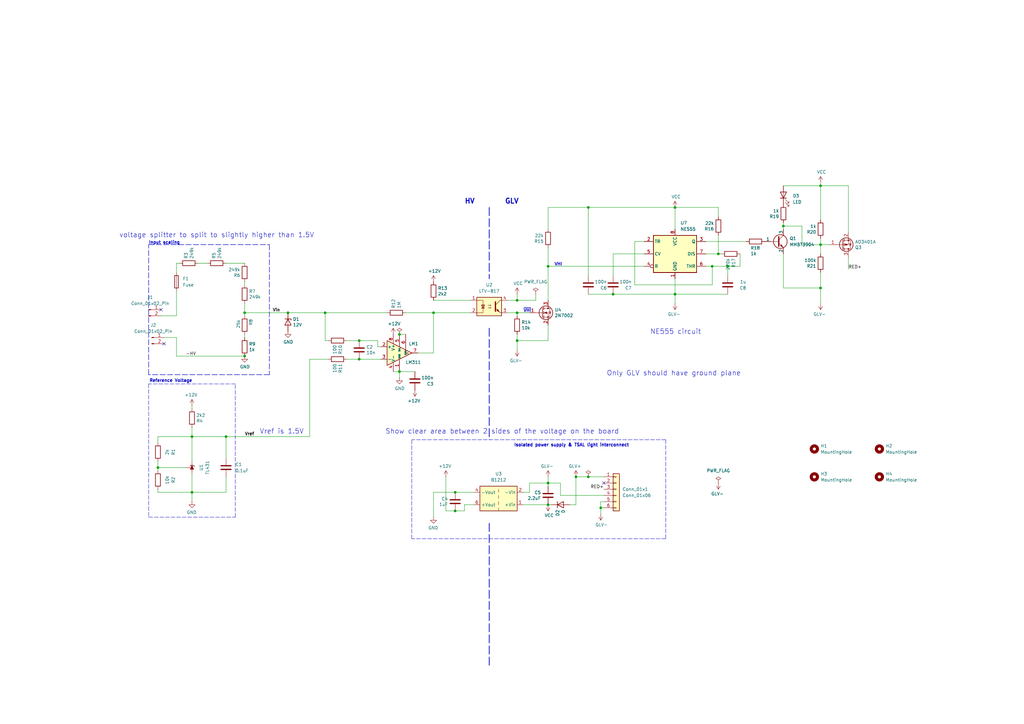
<source format=kicad_sch>
(kicad_sch (version 20231120) (generator "eeschema") (generator_version "8.0")
  (paper "A3")
  (title_block (title "TSAL") (date "2020-03-11") (rev "3.1") (company "NU Racing (UoN)") (comment 1 "Michael Ruppe") (comment 2 "github.com/michaelruppe/FSAE"))
  (lib_symbols
    (symbol "Comparator:LM311" (pin_names (offset 0.127))
      (property "Reference" "U" (at 3.81 6.35 0))
      (property "Value" "LM311" (at 3.81 3.81 0))
      (symbol "LM311_0_1"
        (polyline (pts (xy 5.08 0) (xy -5.08 5.08) (xy -5.08 -5.08) (xy 5.08 0)) (stroke (width 0.254)) (fill (type background)))
        (polyline (pts (xy 3.683 -0.381) (xy 3.302 -0.381) (xy 3.683 0) (xy 3.302 0.381) (xy 2.921 0) (xy 3.302 -0.381) (xy 2.921 -0.381)) (stroke (width 0.127)))
      )
      (symbol "LM311_1_1"
        (pin passive line (at 0 -7.62 90) (length 5.08) (name "GND") (number "1"))
        (pin input line (at -7.62 2.54 0) (length 2.54) (name "+") (number "2"))
        (pin input line (at -7.62 -2.54 0) (length 2.54) (name "-") (number "3"))
        (pin power_in line (at -2.54 -7.62 90) (length 3.81) (name "V-") (number "4"))
        (pin input line (at 0 7.62 270) (length 5.08) (name "BAL") (number "5"))
        (pin input line (at 2.54 7.62 270) (length 6.35) (name "STRB") (number "6"))
        (pin open_collector line (at 7.62 0 180) (length 2.54) (name "~") (number "7"))
        (pin power_in line (at -2.54 7.62 270) (length 3.81) (name "V+") (number "8"))
      )
    )
    (symbol "Connector:Conn_01x02_Pin" (pin_names (offset 1.016) hide)
      (property "Reference" "J" (at 0 2.54 0))
      (property "Value" "Conn_01x02_Pin" (at 0 -5.08 0))
      (symbol "Conn_01x02_Pin_1_1"
        (polyline (pts (xy 1.27 -2.54) (xy 0.8636 -2.54)) (stroke (width 0.1524)))
        (polyline (pts (xy 1.27 0) (xy 0.8636 0)) (stroke (width 0.1524)))
        (rectangle (start 0.8636 -2.413) (end 0 -2.667) (stroke (width 0.1524)) (fill (type outline)))
        (rectangle (start 0.8636 0.127) (end 0 -0.127) (stroke (width 0.1524)) (fill (type outline)))
        (pin passive line (at 5.08 0 180) (length 3.81) (name "Pin_1") (number "1"))
        (pin passive line (at 5.08 -2.54 180) (length 3.81) (name "Pin_2") (number "2"))
      )
    )
    (symbol "Connector_Generic:Conn_01x06" (pin_names (offset 1.016) hide)
      (property "Reference" "J" (at 0 7.62 0))
      (property "Value" "Conn_01x06" (at 0 -10.16 0))
      (symbol "Conn_01x06_1_1"
        (rectangle (start -1.27 -7.493) (end 0 -7.747) (stroke (width 0.1524)))
        (rectangle (start -1.27 -4.953) (end 0 -5.207) (stroke (width 0.1524)))
        (rectangle (start -1.27 -2.413) (end 0 -2.667) (stroke (width 0.1524)))
        (rectangle (start -1.27 0.127) (end 0 -0.127) (stroke (width 0.1524)))
        (rectangle (start -1.27 2.667) (end 0 2.413) (stroke (width 0.1524)))
        (rectangle (start -1.27 5.207) (end 0 4.953) (stroke (width 0.1524)))
        (rectangle (start -1.27 6.35) (end 1.27 -8.89) (stroke (width 0.254)) (fill (type background)))
        (pin passive line (at -5.08 5.08 0) (length 3.81) (name "Pin_1") (number "1"))
        (pin passive line (at -5.08 2.54 0) (length 3.81) (name "Pin_2") (number "2"))
        (pin passive line (at -5.08 0 0) (length 3.81) (name "Pin_3") (number "3"))
        (pin passive line (at -5.08 -2.54 0) (length 3.81) (name "Pin_4") (number "4"))
        (pin passive line (at -5.08 -5.08 0) (length 3.81) (name "Pin_5") (number "5"))
        (pin passive line (at -5.08 -7.62 0) (length 3.81) (name "Pin_6") (number "6"))
      )
    )
    (symbol "Converter_DCDC:TBA2-1212"
      (property "Reference" "U" (at -6.35 6.35 0))
      (property "Value" "TBA2-1212" (at 2.54 6.35 0))
      (symbol "TBA2-1212_0_1"
        (rectangle (start -7.62 5.08) (end 7.62 -5.08) (stroke (width 0.254)) (fill (type background)))
        (polyline (pts (xy 0 -2.54) (xy 0 -3.81)))
        (polyline (pts (xy 0 0) (xy 0 -1.27)))
        (polyline (pts (xy 0 2.54) (xy 0 1.27)))
        (polyline (pts (xy 0 5.08) (xy 0 3.81)))
      )
      (symbol "TBA2-1212_1_1"
        (pin power_in line (at -10.16 2.54 0) (length 2.54) (name "+Vin") (number "1"))
        (pin power_in line (at -10.16 -2.54 0) (length 2.54) (name "-Vin") (number "2"))
        (pin power_out line (at 10.16 -2.54 180) (length 2.54) (name "-Vout") (number "4"))
        (pin power_out line (at 10.16 2.54 180) (length 2.54) (name "+Vout") (number "6"))
      )
    )
    (symbol "Device:C" (pin_numbers hide) (pin_names (offset 0.254))
      (property "Reference" "C" (at 0.635 2.54 0))
      (property "Value" "C" (at 0.635 -2.54 0))
      (symbol "C_0_1"
        (polyline (pts (xy -2.032 -0.762) (xy 2.032 -0.762)) (stroke (width 0.508)))
        (polyline (pts (xy -2.032 0.762) (xy 2.032 0.762)) (stroke (width 0.508)))
      )
      (symbol "C_1_1"
        (pin passive line (at 0 3.81 270) (length 2.794) (name "~") (number "1"))
        (pin passive line (at 0 -3.81 90) (length 2.794) (name "~") (number "2"))
      )
    )
    (symbol "Device:D" (pin_numbers hide) (pin_names (offset 1.016) hide)
      (property "Reference" "D" (at 0 2.54 0))
      (property "Value" "D" (at 0 -2.54 0))
      (symbol "D_0_1"
        (polyline (pts (xy -1.27 1.27) (xy -1.27 -1.27)) (stroke (width 0.254)))
        (polyline (pts (xy 1.27 0) (xy -1.27 0)))
        (polyline (pts (xy 1.27 1.27) (xy 1.27 -1.27) (xy -1.27 0) (xy 1.27 1.27)) (stroke (width 0.254)))
      )
      (symbol "D_1_1"
        (pin passive line (at -3.81 0 0) (length 2.54) (name "K") (number "1"))
        (pin passive line (at 3.81 0 180) (length 2.54) (name "A") (number "2"))
      )
    )
    (symbol "Device:D_Zener" (pin_numbers hide) (pin_names (offset 1.016) hide)
      (property "Reference" "D" (at 0 2.54 0))
      (property "Value" "D_Zener" (at 0 -2.54 0))
      (symbol "D_Zener_0_1"
        (polyline (pts (xy 1.27 0) (xy -1.27 0)))
        (polyline (pts (xy -1.27 -1.27) (xy -1.27 1.27) (xy -0.762 1.27)) (stroke (width 0.254)))
        (polyline (pts (xy 1.27 -1.27) (xy 1.27 1.27) (xy -1.27 0) (xy 1.27 -1.27)) (stroke (width 0.254)))
      )
      (symbol "D_Zener_1_1"
        (pin passive line (at -3.81 0 0) (length 2.54) (name "K") (number "1"))
        (pin passive line (at 3.81 0 180) (length 2.54) (name "A") (number "2"))
      )
    )
    (symbol "Device:Fuse" (pin_numbers hide) (pin_names (offset 0))
      (property "Reference" "F" (at 2.032 0 90))
      (property "Value" "Fuse" (at -1.905 0 90))
      (symbol "Fuse_0_1"
        (rectangle (start -0.762 -2.54) (end 0.762 2.54) (stroke (width 0.254)))
        (polyline (pts (xy 0 2.54) (xy 0 -2.54)))
      )
      (symbol "Fuse_1_1"
        (pin passive line (at 0 3.81 270) (length 1.27) (name "~") (number "1"))
        (pin passive line (at 0 -3.81 90) (length 1.27) (name "~") (number "2"))
      )
    )
    (symbol "Device:LED" (pin_numbers hide) (pin_names (offset 1.016) hide)
      (property "Reference" "D" (at 0 2.54 0))
      (property "Value" "LED" (at 0 -2.54 0))
      (symbol "LED_0_1"
        (polyline (pts (xy -1.27 -1.27) (xy -1.27 1.27)) (stroke (width 0.254)))
        (polyline (pts (xy -1.27 0) (xy 1.27 0)))
        (polyline (pts (xy 1.27 -1.27) (xy 1.27 1.27) (xy -1.27 0) (xy 1.27 -1.27)) (stroke (width 0.254)))
        (polyline (pts (xy -3.048 -0.762) (xy -4.572 -2.286) (xy -3.81 -2.286) (xy -4.572 -2.286) (xy -4.572 -1.524)))
        (polyline (pts (xy -1.778 -0.762) (xy -3.302 -2.286) (xy -2.54 -2.286) (xy -3.302 -2.286) (xy -3.302 -1.524)))
      )
      (symbol "LED_1_1"
        (pin passive line (at -3.81 0 0) (length 2.54) (name "K") (number "1"))
        (pin passive line (at 3.81 0 180) (length 2.54) (name "A") (number "2"))
      )
    )
    (symbol "Device:Q_PMOS_GDS" (pin_names (offset 0) hide)
      (property "Reference" "U6" (at 5.2324 1.1684 0))
      (property "Value" "NCE60P04R" (at 5.2324 -1.143 0))
      (symbol "Q_PMOS_GDS_0_1"
        (polyline (pts (xy 0.254 0) (xy -2.54 0)))
        (polyline (pts (xy 0.254 1.905) (xy 0.254 -1.905)) (stroke (width 0.254)))
        (polyline (pts (xy 0.762 -1.27) (xy 0.762 -2.286)) (stroke (width 0.254)))
        (polyline (pts (xy 0.762 0.508) (xy 0.762 -0.508)) (stroke (width 0.254)))
        (polyline (pts (xy 0.762 2.286) (xy 0.762 1.27)) (stroke (width 0.254)))
        (polyline (pts (xy 2.54 2.54) (xy 2.54 1.778)))
        (polyline (pts (xy 2.54 -2.54) (xy 2.54 0) (xy 0.762 0)))
        (polyline (pts (xy 0.762 1.778) (xy 3.302 1.778) (xy 3.302 -1.778) (xy 0.762 -1.778)))
        (polyline (pts (xy 2.286 0) (xy 1.27 0.381) (xy 1.27 -0.381) (xy 2.286 0)) (fill (type outline)))
        (polyline (pts (xy 2.794 -0.508) (xy 2.921 -0.381) (xy 3.683 -0.381) (xy 3.81 -0.254)))
        (polyline (pts (xy 3.302 -0.381) (xy 2.921 0.254) (xy 3.683 0.254) (xy 3.302 -0.381)))
        (circle (center 1.651 0) (radius 2.794) (stroke (width 0.254)))
        (circle (center 2.54 -1.778) (radius 0.254) (fill (type outline)))
        (circle (center 2.54 1.778) (radius 0.254) (fill (type outline)))
      )
      (symbol "Q_PMOS_GDS_1_1"
        (pin input line (at -5.08 0 0) (length 2.54) (name "G") (number "1"))
        (pin passive line (at 2.54 -5.08 90) (length 2.54) (name "S") (number "2"))
        (pin passive line (at 2.54 5.08 270) (length 2.54) (name "D") (number "3"))
      )
    )
    (symbol "Device:R" (pin_numbers hide) (pin_names (offset 0))
      (property "Reference" "R" (at 2.032 0 90))
      (property "Value" "R" (at 0 0 90))
      (symbol "R_0_1"
        (rectangle (start -1.016 -2.54) (end 1.016 2.54) (stroke (width 0.254)))
      )
      (symbol "R_1_1"
        (pin passive line (at 0 3.81 270) (length 1.27) (name "~") (number "1"))
        (pin passive line (at 0 -3.81 90) (length 1.27) (name "~") (number "2"))
      )
    )
    (symbol "Isolator:LTV-817" (pin_names (offset 1.016))
      (property "Reference" "U" (at -5.08 5.08 0))
      (property "Value" "LTV-817" (at 0 5.08 0))
      (symbol "LTV-817_0_1"
        (rectangle (start -5.08 3.81) (end 5.08 -3.81) (stroke (width 0.254)) (fill (type background)))
        (polyline (pts (xy -3.175 -0.635) (xy -1.905 -0.635)) (stroke (width 0.254)))
        (polyline (pts (xy 2.54 0.635) (xy 4.445 2.54)))
        (polyline (pts (xy 4.445 -2.54) (xy 2.54 -0.635)) (fill (type outline)))
        (polyline (pts (xy 4.445 -2.54) (xy 5.08 -2.54)))
        (polyline (pts (xy 4.445 2.54) (xy 5.08 2.54)))
        (polyline (pts (xy -5.08 2.54) (xy -2.54 2.54) (xy -2.54 -0.762)))
        (polyline (pts (xy -2.54 -0.635) (xy -2.54 -2.54) (xy -5.08 -2.54)))
        (polyline (pts (xy 2.54 1.905) (xy 2.54 -1.905) (xy 2.54 -1.905)) (stroke (width 0.508)))
        (polyline (pts (xy -2.54 -0.635) (xy -3.175 0.635) (xy -1.905 0.635) (xy -2.54 -0.635)) (stroke (width 0.254)))
        (polyline (pts (xy -0.508 -0.508) (xy 0.762 -0.508) (xy 0.381 -0.635) (xy 0.381 -0.381) (xy 0.762 -0.508)))
        (polyline (pts (xy -0.508 0.508) (xy 0.762 0.508) (xy 0.381 0.381) (xy 0.381 0.635) (xy 0.762 0.508)))
        (polyline (pts (xy 3.048 -1.651) (xy 3.556 -1.143) (xy 4.064 -2.159) (xy 3.048 -1.651) (xy 3.048 -1.651)) (fill (type outline)))
      )
      (symbol "LTV-817_1_1"
        (pin passive line (at -7.62 2.54 0) (length 2.54) (name "~") (number "1"))
        (pin passive line (at -7.62 -2.54 0) (length 2.54) (name "~") (number "2"))
        (pin passive line (at 7.62 -2.54 180) (length 2.54) (name "~") (number "3"))
        (pin passive line (at 7.62 2.54 180) (length 2.54) (name "~") (number "4"))
      )
    )
    (symbol "Mechanical:MountingHole" (pin_names (offset 1.016)) (exclude_from_sim yes) (in_bom no)
      (property "Reference" "H" (at 0 5.08 0))
      (property "Value" "MountingHole" (at 0 3.175 0))
      (symbol "MountingHole_0_1"
        (circle (center 0 0) (radius 1.27) (stroke (width 1.27)))
      )
    )
    (symbol "Reference_Voltage:TL431LP" (pin_numbers hide) (pin_names hide)
      (property "Reference" "U" (at -2.54 2.54 0))
      (property "Value" "TL431LP" (at 0 -2.54 0))
      (symbol "TL431LP_0_1"
        (polyline (pts (xy -1.27 0) (xy 0 0) (xy 1.27 0)))
        (polyline (pts (xy -0.762 0.762) (xy 0.762 0) (xy -0.762 -0.762)) (fill (type outline)))
        (polyline (pts (xy 0.508 -1.016) (xy 0.762 -0.762) (xy 0.762 0.762) (xy 0.762 0.762)) (stroke (width 0.254)))
      )
      (symbol "TL431LP_1_1"
        (pin passive line (at 0 2.54 270) (length 2.54) (name "REF") (number "1"))
        (pin passive line (at -2.54 0 0) (length 2.54) (name "A") (number "2"))
        (pin passive line (at 2.54 0 180) (length 2.54) (name "K") (number "3"))
      )
    )
    (symbol "Simulation_SPICE:NPN" (pin_numbers hide) (pin_names (offset 0))
      (property "Reference" "Q1" (at 5.08 1.2701 0))
      (property "Value" "MMBT3904" (at 5.08 -1.2699 0))
      (symbol "NPN_0_1"
        (polyline (pts (xy -2.54 0) (xy 0.635 0)) (stroke (width 0.1524)))
        (polyline (pts (xy 0.635 0.635) (xy 2.54 2.54)))
        (polyline (pts (xy 2.794 -1.27) (xy 2.794 -1.27)) (stroke (width 0.1524)))
        (polyline (pts (xy 2.794 -1.27) (xy 2.794 -1.27)) (stroke (width 0.1524)))
        (polyline (pts (xy 0.635 -0.635) (xy 2.54 -2.54) (xy 2.54 -2.54)))
        (polyline (pts (xy 0.635 1.905) (xy 0.635 -1.905) (xy 0.635 -1.905)) (stroke (width 0.508)))
        (polyline (pts (xy 1.27 -1.778) (xy 1.778 -1.27) (xy 2.286 -2.286) (xy 1.27 -1.778) (xy 1.27 -1.778)) (fill (type outline)))
        (circle (center 1.27 0) (radius 2.8194) (stroke (width 0.254)))
      )
      (symbol "NPN_1_1"
        (pin passive line (at 2.54 5.08 270) (length 2.54) (name "3") (number "1"))
        (pin input line (at -5.08 0 0) (length 2.54) (name "1") (number "2"))
        (pin passive line (at 2.54 -5.08 90) (length 2.54) (name "2") (number "3"))
      )
    )
    (symbol "Timer:NE555D"
      (property "Reference" "U" (at -10.16 8.89 0))
      (property "Value" "NE555D" (at 2.54 8.89 0))
      (symbol "NE555D_0_0"
        (pin power_in line (at 0 -10.16 90) (length 2.54) (name "GND") (number "1"))
        (pin power_in line (at 0 10.16 270) (length 2.54) (name "VCC") (number "8"))
      )
      (symbol "NE555D_0_1"
        (rectangle (start -8.89 -7.62) (end 8.89 7.62) (stroke (width 0.254)) (fill (type background)))
        (rectangle (start -8.89 -7.62) (end 8.89 7.62) (stroke (width 0.254)) (fill (type background)))
      )
      (symbol "NE555D_1_1"
        (pin input line (at -12.7 5.08 0) (length 3.81) (name "TR") (number "2"))
        (pin output line (at 12.7 5.08 180) (length 3.81) (name "Q") (number "3"))
        (pin input inverted (at -12.7 -5.08 0) (length 3.81) (name "R") (number "4"))
        (pin input line (at -12.7 0 0) (length 3.81) (name "CV") (number "5"))
        (pin input line (at 12.7 -5.08 180) (length 3.81) (name "THR") (number "6"))
        (pin input line (at 12.7 0 180) (length 3.81) (name "DIS") (number "7"))
      )
    )
    (symbol "Transistor_FET:2N7002" (pin_names hide)
      (property "Reference" "Q" (at 5.08 1.905 0))
      (property "Value" "2N7002" (at 5.08 0 0))
      (symbol "2N7002_0_1"
        (polyline (pts (xy 0.254 0) (xy -2.54 0)))
        (polyline (pts (xy 0.254 1.905) (xy 0.254 -1.905)) (stroke (width 0.254)))
        (polyline (pts (xy 0.762 -1.27) (xy 0.762 -2.286)) (stroke (width 0.254)))
        (polyline (pts (xy 0.762 0.508) (xy 0.762 -0.508)) (stroke (width 0.254)))
        (polyline (pts (xy 0.762 2.286) (xy 0.762 1.27)) (stroke (width 0.254)))
        (polyline (pts (xy 2.54 2.54) (xy 2.54 1.778)))
        (polyline (pts (xy 2.54 -2.54) (xy 2.54 0) (xy 0.762 0)))
        (polyline (pts (xy 0.762 -1.778) (xy 3.302 -1.778) (xy 3.302 1.778) (xy 0.762 1.778)))
        (polyline (pts (xy 1.016 0) (xy 2.032 0.381) (xy 2.032 -0.381) (xy 1.016 0)) (fill (type outline)))
        (polyline (pts (xy 2.794 0.508) (xy 2.921 0.381) (xy 3.683 0.381) (xy 3.81 0.254)))
        (polyline (pts (xy 3.302 0.381) (xy 2.921 -0.254) (xy 3.683 -0.254) (xy 3.302 0.381)))
        (circle (center 1.651 0) (radius 2.794) (stroke (width 0.254)))
        (circle (center 2.54 -1.778) (radius 0.254) (fill (type outline)))
        (circle (center 2.54 1.778) (radius 0.254) (fill (type outline)))
      )
      (symbol "2N7002_1_1"
        (pin input line (at -5.08 0 0) (length 2.54) (name "G") (number "1"))
        (pin passive line (at 2.54 -5.08 90) (length 2.54) (name "S") (number "2"))
        (pin passive line (at 2.54 5.08 270) (length 2.54) (name "D") (number "3"))
      )
    )
    (symbol "power-symbol-library:GLV+" (power) (pin_names (offset 0))
      (property "Value" "GLV+" (at 0 3.81 0))
      (symbol "GLV+_0_1"
        (polyline (pts (xy -0.762 1.27) (xy 0 2.54)))
        (polyline (pts (xy 0 0) (xy 0 2.54)))
        (polyline (pts (xy 0 2.54) (xy 0.762 1.27)))
      )
      (symbol "GLV+_1_1"
        (pin power_in line (at 0 0 90) (length 0) hide (name "GLV+") (number "1"))
      )
    )
    (symbol "power-symbol-library:GLV-" (power) (pin_names (offset 0))
      (property "Value" "GLV-" (at 0 3.81 0))
      (symbol "GLV-_0_1"
        (polyline (pts (xy -0.762 1.27) (xy 0 2.54)))
        (polyline (pts (xy 0 0) (xy 0 2.54)))
        (polyline (pts (xy 0 2.54) (xy 0.762 1.27)))
      )
      (symbol "GLV-_1_1"
        (pin power_in line (at 0 0 90) (length 0) hide (name "GLV-") (number "1"))
      )
    )
    (symbol "power:+12V" (power) (pin_numbers hide) (pin_names (offset 0) hide)
      (property "Value" "+12V" (at 0 3.556 0))
      (symbol "+12V_0_1"
        (polyline (pts (xy -0.762 1.27) (xy 0 2.54)))
        (polyline (pts (xy 0 0) (xy 0 2.54)))
        (polyline (pts (xy 0 2.54) (xy 0.762 1.27)))
      )
      (symbol "+12V_1_1"
        (pin power_in line (at 0 0 90) (length 0) (name "~") (number "1"))
      )
    )
    (symbol "power:GND" (power) (pin_numbers hide) (pin_names (offset 0) hide)
      (property "Value" "GND" (at 0 -3.81 0))
      (symbol "GND_0_1"
        (polyline (pts (xy 0 0) (xy 0 -1.27) (xy 1.27 -1.27) (xy 0 -2.54) (xy -1.27 -1.27) (xy 0 -1.27)))
      )
      (symbol "GND_1_1"
        (pin power_in line (at 0 0 270) (length 0) (name "~") (number "1"))
      )
    )
    (symbol "power:PWR_FLAG" (power) (pin_numbers hide) (pin_names (offset 0) hide)
      (property "Value" "PWR_FLAG" (at 0 3.81 0))
      (symbol "PWR_FLAG_0_0"
        (pin power_out line (at 0 0 90) (length 0) (name "~") (number "1"))
      )
      (symbol "PWR_FLAG_0_1"
        (polyline (pts (xy 0 0) (xy 0 1.27) (xy -1.016 1.905) (xy 0 2.54) (xy 1.016 1.905) (xy 0 1.27)))
      )
    )
    (symbol "power:VCC" (power) (pin_numbers hide) (pin_names (offset 0) hide)
      (property "Value" "VCC" (at 0 3.556 0))
      (symbol "VCC_0_1"
        (polyline (pts (xy -0.762 1.27) (xy 0 2.54)))
        (polyline (pts (xy 0 0) (xy 0 2.54)))
        (polyline (pts (xy 0 2.54) (xy 0.762 1.27)))
      )
      (symbol "VCC_1_1"
        (pin power_in line (at 0 0 90) (length 0) (name "~") (number "1"))
      )
    )
  )
  (junction (at 241.3 195.58))
  (junction (at 163.83 152.4))
  (junction (at 92.71 179.07))
  (junction (at 224.79 207.01))
  (junction (at 241.3 85.09))
  (junction (at 147.32 147.32))
  (junction (at 100.33 128.27))
  (junction (at 212.09 128.27))
  (junction (at 186.69 201.93))
  (junction (at 177.8 128.27))
  (junction (at 78.74 179.07))
  (junction (at 212.09 139.7))
  (junction (at 321.31 92.71))
  (junction (at 133.35 128.27))
  (junction (at 336.55 118.11))
  (junction (at 100.33 146.05))
  (junction (at 212.09 123.19))
  (junction (at 163.83 137.16))
  (junction (at 336.55 100.33))
  (junction (at 64.77 191.77))
  (junction (at 186.69 209.55))
  (junction (at 118.11 128.27))
  (junction (at 276.86 120.65))
  (junction (at 294.64 104.14))
  (junction (at 336.55 76.2))
  (junction (at 224.79 198.12))
  (junction (at 147.32 139.7))
  (junction (at 236.22 195.58))
  (junction (at 224.79 109.22))
  (junction (at 276.86 85.09))
  (junction (at 298.45 109.22))
  (junction (at 292.1 109.22))
  (junction (at 246.38 208.28))
  (junction (at 78.74 201.93))
  (junction (at 251.46 120.65))
  (no_connect (at 247.65 198.12))
  (no_connect (at 66.04 127))
  (no_connect (at 67.31 140.97))
  (wire (pts (xy 336.55 74.93) (xy 336.55 76.2)))
  (wire (pts (xy 347.98 95.25) (xy 347.98 76.2)))
  (wire (pts (xy 92.71 201.93) (xy 78.74 201.93)))
  (polyline (pts (xy 110.49 153.67) (xy 60.96 153.67)) (stroke (width 0.2032) (type dash)))
  (polyline (pts (xy 273.05 220.98) (xy 168.91 220.98)) (stroke (width 0) (type dash)))
  (wire (pts (xy 212.09 139.7) (xy 212.09 137.16)))
  (wire (pts (xy 260.35 116.84) (xy 292.1 116.84)))
  (wire (pts (xy 294.64 104.14) (xy 295.91 104.14)))
  (wire (pts (xy 190.5 207.01) (xy 194.31 207.01)))
  (wire (pts (xy 156.21 142.24) (xy 154.94 142.24)))
  (wire (pts (xy 134.62 147.32) (xy 127 147.32)))
  (polyline (pts (xy 96.52 157.48) (xy 60.96 157.48)) (stroke (width 0) (type dash)))
  (wire (pts (xy 224.79 109.22) (xy 264.16 109.22)))
  (wire (pts (xy 100.33 129.54) (xy 100.33 128.27)))
  (wire (pts (xy 276.86 85.09) (xy 276.86 93.98)))
  (wire (pts (xy 347.98 76.2) (xy 336.55 76.2)))
  (wire (pts (xy 64.77 191.77) (xy 64.77 193.04)))
  (wire (pts (xy 336.55 111.76) (xy 336.55 118.11)))
  (wire (pts (xy 72.39 111.76) (xy 72.39 107.95)))
  (wire (pts (xy 177.8 212.09) (xy 177.8 201.93)))
  (wire (pts (xy 321.31 92.71) (xy 321.31 93.98)))
  (wire (pts (xy 92.71 107.95) (xy 100.33 107.95)))
  (wire (pts (xy 336.55 100.33) (xy 328.93 100.33)))
  (polyline (pts (xy 200.66 85.09) (xy 200.66 114.3)) (stroke (width 0.3048) (type dash)))
  (wire (pts (xy 336.55 100.33) (xy 340.36 100.33)))
  (polyline (pts (xy 110.49 100.33) (xy 110.49 153.67)) (stroke (width 0.2032) (type dash)))
  (wire (pts (xy 212.09 123.19) (xy 212.09 120.65)))
  (wire (pts (xy 224.79 85.09) (xy 241.3 85.09)))
  (polyline (pts (xy 60.96 100.33) (xy 110.49 100.33)) (stroke (width 0.2032) (type dash)))
  (wire (pts (xy 64.77 201.93) (xy 64.77 200.66)))
  (wire (pts (xy 100.33 137.16) (xy 100.33 138.43)))
  (wire (pts (xy 78.74 201.93) (xy 78.74 205.74)))
  (wire (pts (xy 64.77 189.23) (xy 64.77 191.77)))
  (polyline (pts (xy 60.96 153.67) (xy 60.96 100.33)) (stroke (width 0.2032) (type dash)))
  (wire (pts (xy 177.8 144.78) (xy 177.8 128.27)))
  (wire (pts (xy 212.09 128.27) (xy 212.09 129.54)))
  (wire (pts (xy 241.3 85.09) (xy 276.86 85.09)))
  (wire (pts (xy 72.39 107.95) (xy 73.66 107.95)))
  (wire (pts (xy 224.79 109.22) (xy 224.79 101.6)))
  (wire (pts (xy 236.22 195.58) (xy 241.3 195.58)))
  (wire (pts (xy 92.71 179.07) (xy 127 179.07)))
  (polyline (pts (xy 200.66 134.62) (xy 200.66 180.34)) (stroke (width 0.3048) (type dash)))
  (wire (pts (xy 264.16 99.06) (xy 260.35 99.06)))
  (wire (pts (xy 166.37 137.16) (xy 163.83 137.16)))
  (wire (pts (xy 328.93 100.33) (xy 328.93 92.71)))
  (polyline (pts (xy 168.91 220.98) (xy 168.91 180.34)) (stroke (width 0) (type dash)))
  (polyline (pts (xy 273.05 180.34) (xy 168.91 180.34)) (stroke (width 0) (type dash)))
  (wire (pts (xy 289.56 104.14) (xy 294.64 104.14)))
  (wire (pts (xy 100.33 124.46) (xy 100.33 128.27)))
  (wire (pts (xy 78.74 167.64) (xy 78.74 166.37)))
  (polyline (pts (xy 60.96 212.09) (xy 96.52 212.09)) (stroke (width 0) (type dash)))
  (wire (pts (xy 321.31 118.11) (xy 336.55 118.11)))
  (wire (pts (xy 224.79 93.98) (xy 224.79 85.09)))
  (wire (pts (xy 177.8 144.78) (xy 171.45 144.78)))
  (wire (pts (xy 81.28 107.95) (xy 85.09 107.95)))
  (wire (pts (xy 241.3 113.03) (xy 241.3 85.09)))
  (wire (pts (xy 78.74 194.31) (xy 78.74 201.93)))
  (wire (pts (xy 147.32 139.7) (xy 142.24 139.7)))
  (wire (pts (xy 177.8 201.93) (xy 186.69 201.93)))
  (wire (pts (xy 224.79 195.58) (xy 224.79 198.12)))
  (wire (pts (xy 251.46 104.14) (xy 251.46 113.03)))
  (wire (pts (xy 190.5 209.55) (xy 186.69 209.55)))
  (wire (pts (xy 214.63 207.01) (xy 224.79 207.01)))
  (polyline (pts (xy 200.66 214.63) (xy 200.66 273.05)) (stroke (width 0.3048) (type dash)))
  (wire (pts (xy 133.35 128.27) (xy 158.75 128.27)))
  (wire (pts (xy 236.22 195.58) (xy 236.22 207.01)))
  (wire (pts (xy 303.53 104.14) (xy 303.53 109.22)))
  (wire (pts (xy 78.74 175.26) (xy 78.74 179.07)))
  (wire (pts (xy 133.35 128.27) (xy 133.35 139.7)))
  (wire (pts (xy 276.86 85.09) (xy 294.64 85.09)))
  (wire (pts (xy 208.28 123.19) (xy 212.09 123.19)))
  (wire (pts (xy 186.69 209.55) (xy 182.88 209.55)))
  (wire (pts (xy 264.16 104.14) (xy 251.46 104.14)))
  (wire (pts (xy 328.93 92.71) (xy 321.31 92.71)))
  (wire (pts (xy 298.45 109.22) (xy 292.1 109.22)))
  (wire (pts (xy 224.79 198.12) (xy 224.79 199.39)))
  (wire (pts (xy 127 147.32) (xy 127 179.07)))
  (wire (pts (xy 251.46 120.65) (xy 276.86 120.65)))
  (wire (pts (xy 154.94 139.7) (xy 147.32 139.7)))
  (wire (pts (xy 92.71 195.58) (xy 92.71 201.93)))
  (wire (pts (xy 142.24 147.32) (xy 147.32 147.32)))
  (wire (pts (xy 177.8 123.19) (xy 193.04 123.19)))
  (wire (pts (xy 292.1 116.84) (xy 292.1 109.22)))
  (wire (pts (xy 72.39 138.43) (xy 72.39 146.05)))
  (wire (pts (xy 336.55 100.33) (xy 336.55 104.14)))
  (wire (pts (xy 64.77 191.77) (xy 76.2 191.77)))
  (wire (pts (xy 100.33 128.27) (xy 118.11 128.27)))
  (wire (pts (xy 229.87 203.2) (xy 229.87 198.12)))
  (wire (pts (xy 163.83 152.4) (xy 163.83 154.94)))
  (wire (pts (xy 241.3 120.65) (xy 251.46 120.65)))
  (wire (pts (xy 133.35 139.7) (xy 134.62 139.7)))
  (wire (pts (xy 67.31 138.43) (xy 72.39 138.43)))
  (wire (pts (xy 78.74 179.07) (xy 92.71 179.07)))
  (wire (pts (xy 321.31 104.14) (xy 321.31 118.11)))
  (wire (pts (xy 336.55 76.2) (xy 336.55 90.17)))
  (wire (pts (xy 163.83 152.4) (xy 170.18 152.4)))
  (wire (pts (xy 219.71 123.19) (xy 212.09 123.19)))
  (polyline (pts (xy 273.05 180.34) (xy 273.05 220.98)) (stroke (width 0) (type dash)))
  (wire (pts (xy 219.71 120.65) (xy 219.71 123.19)))
  (wire (pts (xy 241.3 195.58) (xy 247.65 195.58)))
  (wire (pts (xy 161.29 152.4) (xy 163.83 152.4)))
  (wire (pts (xy 72.39 146.05) (xy 100.33 146.05)))
  (wire (pts (xy 298.45 120.65) (xy 276.86 120.65)))
  (wire (pts (xy 212.09 128.27) (xy 217.17 128.27)))
  (wire (pts (xy 64.77 201.93) (xy 78.74 201.93)))
  (wire (pts (xy 336.55 118.11) (xy 336.55 124.46)))
  (wire (pts (xy 236.22 207.01) (xy 233.68 207.01)))
  (wire (pts (xy 321.31 76.2) (xy 336.55 76.2)))
  (wire (pts (xy 78.74 179.07) (xy 78.74 189.23)))
  (wire (pts (xy 64.77 179.07) (xy 64.77 181.61)))
  (wire (pts (xy 276.86 120.65) (xy 276.86 124.46)))
  (wire (pts (xy 212.09 139.7) (xy 212.09 143.51)))
  (wire (pts (xy 100.33 115.57) (xy 100.33 116.84)))
  (wire (pts (xy 247.65 208.28) (xy 246.38 208.28)))
  (wire (pts (xy 226.06 207.01) (xy 224.79 207.01)))
  (wire (pts (xy 229.87 198.12) (xy 224.79 198.12)))
  (wire (pts (xy 64.77 179.07) (xy 78.74 179.07)))
  (wire (pts (xy 217.17 198.12) (xy 224.79 198.12)))
  (wire (pts (xy 224.79 139.7) (xy 212.09 139.7)))
  (wire (pts (xy 182.88 195.58) (xy 182.88 209.55)))
  (wire (pts (xy 247.65 205.74) (xy 246.38 205.74)))
  (wire (pts (xy 217.17 201.93) (xy 214.63 201.93)))
  (wire (pts (xy 154.94 142.24) (xy 154.94 139.7)))
  (wire (pts (xy 186.69 201.93) (xy 194.31 201.93)))
  (polyline (pts (xy 60.96 157.48) (xy 60.96 212.09)) (stroke (width 0) (type dash)))
  (wire (pts (xy 303.53 109.22) (xy 298.45 109.22)))
  (wire (pts (xy 224.79 133.35) (xy 224.79 139.7)))
  (polyline (pts (xy 96.52 212.09) (xy 96.52 157.48)) (stroke (width 0) (type dash)))
  (wire (pts (xy 321.31 91.44) (xy 321.31 92.71)))
  (wire (pts (xy 294.64 85.09) (xy 294.64 88.9)))
  (wire (pts (xy 190.5 209.55) (xy 190.5 207.01)))
  (wire (pts (xy 72.39 119.38) (xy 72.39 129.54)))
  (wire (pts (xy 260.35 99.06) (xy 260.35 116.84)))
  (wire (pts (xy 92.71 179.07) (xy 92.71 187.96)))
  (wire (pts (xy 298.45 113.03) (xy 298.45 109.22)))
  (wire (pts (xy 289.56 99.06) (xy 306.07 99.06)))
  (wire (pts (xy 118.11 128.27) (xy 133.35 128.27)))
  (wire (pts (xy 292.1 109.22) (xy 289.56 109.22)))
  (wire (pts (xy 347.98 105.41) (xy 347.98 110.49)))
  (wire (pts (xy 66.04 129.54) (xy 72.39 129.54)))
  (wire (pts (xy 246.38 205.74) (xy 246.38 208.28)))
  (wire (pts (xy 276.86 120.65) (xy 276.86 114.3)))
  (wire (pts (xy 336.55 97.79) (xy 336.55 100.33)))
  (wire (pts (xy 166.37 128.27) (xy 177.8 128.27)))
  (wire (pts (xy 224.79 109.22) (xy 224.79 123.19)))
  (wire (pts (xy 147.32 147.32) (xy 156.21 147.32)))
  (wire (pts (xy 246.38 208.28) (xy 246.38 210.82)))
  (wire (pts (xy 229.87 203.2) (xy 247.65 203.2)))
  (wire (pts (xy 294.64 96.52) (xy 294.64 104.14)))
  (wire (pts (xy 212.09 128.27) (xy 208.28 128.27)))
  (wire (pts (xy 177.8 128.27) (xy 193.04 128.27)))
  (wire (pts (xy 217.17 198.12) (xy 217.17 201.93)))
  (text "voltage splitter to split to slightly higher than 1.5V" (at 88.9 96.52 0) (effects (font (size 2.0066 2.0066))))
  (text "Show clear area between 2 sides of the voltage on the board" (at 205.994 177.038 0) (effects (font (size 2.0066 2.0066))))
  (text "Isolated power supply & TSAL light interconnect" (at 258.064 183.388 0) (effects (font (size 1.27 1.27) (thickness 0.254) (bold yes)) (justify right bottom)))
  (text "Reference Voltage" (at 61.214 156.972 0) (effects (font (size 1.27 1.27) (thickness 0.254) (bold yes)) (justify left bottom)))
  (text "~{VHI}" (at 214.63 128.27 0) (effects (font (size 1.27 1.27) (thickness 0.254) (bold yes)) (justify left bottom)))
  (text "Input scaling" (at 60.96 100.33 0) (effects (font (size 1.27 1.27) (thickness 0.254) (bold yes)) (justify left bottom)))
  (text "Only GLV should have ground plane" (at 276.352 153.162 0) (effects (font (size 2.0066 2.0066))))
  (text "GLV" (at 207.01 83.82 0) (effects (font (size 2.0066 2.0066) (thickness 0.4013) (bold yes)) (justify left bottom)))
  (text "VHI" (at 227.33 109.22 0) (effects (font (size 1.27 1.27) (thickness 0.254) (bold yes)) (justify left bottom)))
  (text "Vref is 1.5V\n" (at 115.57 177.038 0) (effects (font (size 2.0066 2.0066))))
  (text "NE555 circuit" (at 277.114 136.144 0) (effects (font (size 2.0066 2.0066))))
  (text "HV" (at 190.5 83.82 0) (effects (font (size 2.0066 2.0066) (thickness 0.4013) (bold yes)) (justify left bottom)))
  (label "-HV" (at 76.2 146.05 0))
  (label "RED+" (at 247.65 200.66 180))
  (label "RED+" (at 347.98 110.49 0))
  (label "Vin" (at 111.76 128.27 0) (effects (font (thickness 0.254) (bold yes))))
  (label "Vref" (at 100.33 179.07 0) (effects (font (thickness 0.254) (bold yes))))
  (symbol (lib_id "Device:R") (at 100.33 120.65 0) (unit 1)
    (property "Reference" "R7" (at 102.108 119.4816 0) (effects (justify left)))
    (property "Value" "249k" (at 102.108 121.793 0) (effects (justify left)))
    (property "Footprint" "Resistor_SMD:R_1206_3216Metric" (effects (hide yes)))
  )
  (symbol (lib_id "Device:R") (at 100.33 133.35 180) (unit 1)
    (property "Reference" "R8" (at 102.87 130.81 90) (effects (justify left)))
    (property "Value" "25k" (at 97.79 131.0386 90) (effects (justify left)))
    (property "Footprint" "Resistor_SMD:R_1206_3216Metric" (effects (hide yes)))
  )
  (symbol (lib_id "Device:C") (at 224.79 203.2 0) (mirror y) (unit 1)
    (property "Reference" "C5" (at 221.869 202.0316 0) (effects (justify left)))
    (property "Value" "2.2uF" (at 221.869 204.343 0) (effects (justify left)))
    (property "Footprint" "Capacitor_SMD:C_1206_3216Metric" (effects (hide yes)))
  )
  (symbol (lib_id "power:+12V") (at 182.88 195.58 0) (mirror y) (unit 1)
    (property "Reference" "#PWR010" (effects (hide yes)))
    (property "Value" "+12V" (at 182.499 191.1858 0))
  )
  (symbol (lib_id "power:GND") (at 177.8 212.09 0) (mirror y) (unit 1)
    (property "Reference" "#PWR09" (effects (hide yes)))
    (property "Value" "GND" (at 177.673 216.4842 0))
  )
  (symbol (lib_id "Device:R") (at 138.43 147.32 270) (unit 1)
    (property "Reference" "R11" (at 139.5984 149.098 0) (effects (justify left)))
    (property "Value" "100" (at 137.287 149.098 0) (effects (justify left)))
    (property "Footprint" "Resistor_SMD:R_1206_3216Metric" (effects (hide yes)))
  )
  (symbol (lib_id "Device:C") (at 147.32 143.51 0) (unit 1)
    (property "Reference" "C2" (at 150.241 142.3416 0) (effects (justify left)))
    (property "Value" "10n" (at 150.241 144.653 0) (effects (justify left)))
    (property "Footprint" "Capacitor_SMD:C_1206_3216Metric" (effects (hide yes)))
  )
  (symbol (lib_id "Device:R") (at 138.43 139.7 270) (unit 1)
    (property "Reference" "R10" (at 139.5984 141.478 0) (effects (justify left)))
    (property "Value" "100" (at 137.287 141.478 0) (effects (justify left)))
    (property "Footprint" "Resistor_SMD:R_1206_3216Metric" (effects (hide yes)))
  )
  (symbol (lib_id "Device:D_Zener") (at 118.11 132.08 270) (unit 1)
    (property "Reference" "D1" (at 120.1166 130.9116 90) (effects (justify left)))
    (property "Value" "12V" (at 120.1166 133.223 90) (effects (justify left)))
    (property "Footprint" "Diode_THT:D_DO-35_SOD27_P7.62mm_Horizontal" (effects (hide yes)))
  )
  (symbol (lib_id "power:GND") (at 118.11 135.89 0) (unit 1)
    (property "Reference" "#PWR04" (effects (hide yes)))
    (property "Value" "GND" (at 118.237 140.2842 0))
  )
  (symbol (lib_id "Device:R") (at 100.33 142.24 0) (unit 1)
    (property "Reference" "R9" (at 102.108 141.0716 0) (effects (justify left)))
    (property "Value" "1k" (at 102.108 143.383 0) (effects (justify left)))
    (property "Footprint" "Resistor_SMD:R_1206_3216Metric" (effects (hide yes)))
  )
  (symbol (lib_id "power:GND") (at 100.33 146.05 0) (unit 1)
    (property "Reference" "#PWR03" (effects (hide yes)))
    (property "Value" "GND" (at 100.457 150.4442 0))
  )
  (symbol (lib_id "Device:R") (at 100.33 111.76 180) (unit 1)
    (property "Reference" "R6" (at 98.552 112.9284 0) (effects (justify left)))
    (property "Value" "249k" (at 98.552 110.617 0) (effects (justify left)))
    (property "Footprint" "Resistor_SMD:R_1206_3216Metric" (effects (hide yes)))
  )
  (symbol (lib_id "Device:R") (at 162.56 128.27 90) (unit 1)
    (property "Reference" "R12" (at 161.3916 126.492 0) (effects (justify left)))
    (property "Value" "1M" (at 163.703 126.492 0) (effects (justify left)))
    (property "Footprint" "Resistor_SMD:R_1206_3216Metric" (effects (hide yes)))
    (property "Description" "optional" (effects (hide yes)))
  )
  (symbol (lib_id "Device:C") (at 170.18 156.21 180) (unit 1)
    (property "Reference" "C3" (at 177.8 157.48 0) (effects (justify left)))
    (property "Value" "100n" (at 177.8 154.94 0) (effects (justify left)))
    (property "Footprint" "Capacitor_SMD:C_1206_3216Metric" (effects (hide yes)))
  )
  (symbol (lib_id "power:+12V") (at 170.18 160.02 180) (unit 1)
    (property "Reference" "#PWR07" (effects (hide yes)))
    (property "Value" "+12V" (at 169.799 164.4142 0))
  )
  (symbol (lib_id "Comparator:LM311") (at 163.83 144.78 0) (unit 1)
    (property "Reference" "LM1" (at 167.64 140.97 0) (effects (justify left)))
    (property "Value" "LM311" (at 166.37 148.59 0) (effects (justify left)))
    (property "Footprint" "Package_SO:SOIC-8_3.9x4.9mm_P1.27mm" (effects (hide yes)))
    (property "Datasheet" "http://www.ti.com/lit/ds/symlink/lm311.pdf" (effects (hide yes)))
  )
  (symbol (lib_id "power:GND") (at 163.83 154.94 0) (unit 1)
    (property "Reference" "#PWR06" (effects (hide yes)))
    (property "Value" "GND" (at 163.957 159.3342 0))
  )
  (symbol (lib_id "power:+12V") (at 161.29 137.16 0) (unit 1)
    (property "Reference" "#PWR05" (effects (hide yes)))
    (property "Value" "+12V" (at 161.671 132.7658 0))
  )
  (symbol (lib_id "Device:D") (at 229.87 207.01 0) (mirror x) (unit 1)
    (property "Reference" "D2" (at 228.7016 209.0166 90) (effects (justify left)))
    (property "Value" "D" (at 231.013 209.0166 90) (effects (justify left)))
    (property "Footprint" "Diode_SMD:D_SMA" (effects (hide yes)))
  )
  (symbol (lib_id "power:+12V") (at 177.8 115.57 0) (unit 1)
    (property "Reference" "#PWR08" (effects (hide yes)))
    (property "Value" "+12V" (at 178.181 111.1758 0))
  )
  (symbol (lib_id "Device:R") (at 177.8 119.38 0) (unit 1)
    (property "Reference" "R13" (at 179.578 118.2116 0) (effects (justify left)))
    (property "Value" "2k2" (at 179.578 120.523 0) (effects (justify left)))
    (property "Footprint" "Resistor_SMD:R_1206_3216Metric" (effects (hide yes)))
  )
  (symbol (lib_id "power-symbol-library:GLV-") (at 212.09 143.51 180) (unit 1)
    (property "Reference" "#PWR012" (effects (hide yes)))
    (property "Value" "GLV-" (at 211.709 147.9042 0))
  )
  (symbol (lib_id "Device:R") (at 212.09 133.35 0) (unit 1)
    (property "Reference" "R14" (at 213.868 132.1816 0) (effects (justify left)))
    (property "Value" "10k" (at 213.868 134.493 0) (effects (justify left)))
    (property "Footprint" "Resistor_SMD:R_1206_3216Metric" (effects (hide yes)))
  )
  (symbol (lib_id "Device:C") (at 251.46 116.84 180) (unit 1)
    (property "Reference" "C7" (at 259.08 118.11 0) (effects (justify left)))
    (property "Value" "100n" (at 259.08 115.57 0) (effects (justify left)))
    (property "Footprint" "Capacitor_SMD:C_1206_3216Metric" (effects (hide yes)))
  )
  (symbol (lib_id "Device:R") (at 299.72 104.14 270) (unit 1)
    (property "Reference" "R17" (at 300.8884 105.918 0) (effects (justify left)))
    (property "Value" "220k" (at 298.577 105.918 0) (effects (justify left)))
    (property "Footprint" "Resistor_SMD:R_1206_3216Metric" (effects (hide yes)))
  )
  (symbol (lib_id "Device:C") (at 241.3 116.84 180) (unit 1)
    (property "Reference" "C6" (at 248.92 118.11 0) (effects (justify left)))
    (property "Value" "100n" (at 248.92 115.57 0) (effects (justify left)))
    (property "Footprint" "Capacitor_SMD:C_1206_3216Metric" (effects (hide yes)))
  )
  (symbol (lib_id "Device:C") (at 298.45 116.84 180) (unit 1)
    (property "Reference" "C8" (at 306.07 118.11 0) (effects (justify left)))
    (property "Value" "1u" (at 306.07 115.57 0) (effects (justify left)))
    (property "Footprint" "Capacitor_SMD:C_1206_3216Metric" (effects (hide yes)))
  )
  (symbol (lib_id "Device:R") (at 294.64 92.71 180) (unit 1)
    (property "Reference" "R16" (at 292.862 93.8784 0) (effects (justify left)))
    (property "Value" "22k" (at 292.862 91.567 0) (effects (justify left)))
    (property "Footprint" "Resistor_SMD:R_1206_3216Metric" (effects (hide yes)))
  )
  (symbol (lib_id "Device:R") (at 88.9 107.95 90) (unit 1)
    (property "Reference" "R5" (at 87.7316 106.172 0) (effects (justify left)))
    (property "Value" "249k" (at 90.043 106.172 0) (effects (justify left)))
    (property "Footprint" "Resistor_SMD:R_1206_3216Metric" (effects (hide yes)))
  )
  (symbol (lib_id "Device:R") (at 77.47 107.95 90) (unit 1)
    (property "Reference" "R3" (at 76.3016 106.172 0) (effects (justify left)))
    (property "Value" "249k" (at 78.613 106.172 0) (effects (justify left)))
    (property "Footprint" "Resistor_SMD:R_1206_3216Metric" (effects (hide yes)))
  )
  (symbol (lib_id "power-symbol-library:GLV+") (at 236.22 195.58 0) (mirror y) (unit 1)
    (property "Reference" "#PWR015" (effects (hide yes)))
    (property "Value" "GLV+" (at 235.839 191.1858 0))
  )
  (symbol (lib_id "power-symbol-library:GLV-") (at 224.79 195.58 0) (mirror y) (unit 1)
    (property "Reference" "#PWR013" (effects (hide yes)))
    (property "Value" "GLV-" (at 224.409 191.1858 0))
  )
  (symbol (lib_id "Transistor_FET:2N7002") (at 222.25 128.27 0) (unit 1)
    (property "Reference" "U4" (at 227.4824 127.1016 0) (effects (justify left)))
    (property "Value" "2N7002" (at 227.4824 129.413 0) (effects (justify left)))
    (property "Footprint" "Package_TO_SOT_SMD:SOT-23" (effects (hide yes)))
    (property "Datasheet" "https://www.fairchildsemi.com/datasheets/2N/2N7002.pdf" (effects (hide yes)))
  )
  (symbol (lib_id "Device:Q_PMOS_GDS") (at 345.44 100.33 0) (mirror x) (unit 1)
    (property "Reference" "Q3" (at 350.6724 101.4984 0) (effects (justify left)))
    (property "Value" "AO3401A" (at 350.6724 99.187 0) (effects (justify left)))
    (property "Footprint" "Package_TO_SOT_SMD:SOT-23" (effects (hide yes)))
  )
  (symbol (lib_id "power-symbol-library:GLV-") (at 336.55 124.46 180) (unit 1)
    (property "Reference" "#PWR019" (effects (hide yes)))
    (property "Value" "GLV-" (at 336.169 128.8542 0))
  )
  (symbol (lib_id "power-symbol-library:GLV+") (at 336.55 74.93 0) (unit 1)
    (property "Reference" "#PWR020" (effects (hide yes)))
    (property "Value" "VCC" (at 336.931 70.5358 0))
  )
  (symbol (lib_id "power:VCC") (at 224.79 207.01 0) (mirror x) (unit 1)
    (property "Reference" "#PWR014" (effects (hide yes)))
    (property "Value" "VCC" (at 225.2472 211.4042 0))
  )
  (symbol (lib_id "power:VCC") (at 212.09 120.65 0) (unit 1)
    (property "Reference" "#PWR011" (effects (hide yes)))
    (property "Value" "VCC" (at 212.5218 116.2558 0))
  )
  (symbol (lib_id "power:VCC") (at 276.86 85.09 0) (unit 1)
    (property "Reference" "#PWR017" (effects (hide yes)))
    (property "Value" "VCC" (at 277.2918 80.6958 0))
  )
  (symbol (lib_id "Device:R") (at 224.79 97.79 180) (unit 1)
    (property "Reference" "R15" (at 223.012 98.9584 0) (effects (justify left)))
    (property "Value" "22k" (at 223.012 96.647 0) (effects (justify left)))
    (property "Footprint" "Resistor_SMD:R_1206_3216Metric" (effects (hide yes)))
  )
  (symbol (lib_id "power-symbol-library:GLV-") (at 276.86 124.46 180) (unit 1)
    (property "Reference" "#PWR018" (effects (hide yes)))
    (property "Value" "GLV-" (at 276.479 128.8542 0))
  )
  (symbol (lib_id "power-symbol-library:GLV-") (at 246.38 210.82 0) (mirror x) (unit 1)
    (property "Reference" "#PWR016" (effects (hide yes)))
    (property "Value" "GLV-" (at 246.761 215.2142 0))
  )
  (symbol (lib_id "Reference_Voltage:TL431LP") (at 78.74 191.77 90) (unit 1)
    (property "Reference" "U1" (at 82.55 191.77 0))
    (property "Value" "TL431" (at 85.09 191.77 0))
    (property "Footprint" "Package_TO_SOT_THT:TO-92" (effects (hide yes)))
    (property "Datasheet" "http://www.ti.com/lit/ds/symlink/tl431.pdf" (effects (hide yes)))
    (property "Description" "Shunt Regulator, TO-92" (effects (hide yes)))
  )
  (symbol (lib_id "Isolator:LTV-817") (at 200.66 125.73 0) (unit 1)
    (property "Reference" "U2" (at 200.66 116.84 0))
    (property "Value" "LTV-817" (at 200.66 119.38 0))
    (property "Footprint" "Package_DIP:DIP-4_W7.62mm" (effects (hide yes)))
    (property "Datasheet" "http://www.us.liteon.com/downloads/LTV-817-827-847.PDF" (effects (hide yes)))
    (property "Description" "DC Optocoupler, Vce 35V, CTR 50%, DIP-4" (effects (hide yes)))
  )
  (symbol (lib_id "power:GND") (at 78.74 205.74 0) (mirror y) (unit 1)
    (property "Reference" "#PWR02" (effects (hide yes)))
    (property "Value" "GND" (at 78.613 210.1342 0))
  )
  (symbol (lib_id "Mechanical:MountingHole") (at 360.68 195.58 0) (unit 1) (exclude_from_sim yes) (in_bom no)
    (property "Reference" "H4" (at 363.22 194.3099 0) (effects (justify left)))
    (property "Value" "MountingHole" (at 363.22 196.8499 0) (effects (justify left)))
    (property "Footprint" "MountingHole:MountingHole_3.2mm_M3" (effects (hide yes)))
    (property "Description" "Mounting Hole without connection" (effects (hide yes)))
  )
  (symbol (lib_id "Device:R") (at 64.77 196.85 0) (unit 1)
    (property "Reference" "R2" (at 71.12 196.85 90))
    (property "Value" "10k" (at 68.58 196.85 90))
    (property "Footprint" "Resistor_SMD:R_1206_3216Metric" (effects (hide yes)))
    (property "Description" "Resistor" (effects (hide yes)))
  )
  (symbol (lib_id "power:PWR_FLAG") (at 241.3 195.58 0) (unit 1)
    (property "Reference" "#FLG03" (effects (hide yes)))
    (property "Value" "PWR_FLAG" (effects (hide yes)))
    (property "Description" "Special symbol for telling ERC where power comes from" (effects (hide yes)))
  )
  (symbol (lib_id "Simulation_SPICE:NPN") (at 318.77 99.06 0) (unit 1)
    (property "Reference" "Q1" (at 323.85 97.7899 0) (effects (justify left)))
    (property "Value" "MMBT3904" (at 323.85 100.3299 0) (effects (justify left)))
    (property "Footprint" "Package_TO_SOT_SMD:SOT-23" (effects (hide yes)))
    (property "Datasheet" "https://ngspice.sourceforge.io/docs/ngspice-html-manual/manual.xhtml#cha_BJTs" (effects (hide yes)))
    (property "Description" "Bipolar transistor symbol for simulation only, substrate tied to the emitter" (effects (hide yes)))
    (property "Sim.Device" "NPN" (effects (hide yes)))
    (property "Sim.Type" "GUMMELPOON" (effects (hide yes)))
    (property "Sim.Pins" "1=C 2=B 3=E" (effects (hide yes)))
  )
  (symbol (lib_id "Device:C") (at 92.71 191.77 0) (unit 1)
    (property "Reference" "C1" (at 96.52 190.4999 0) (effects (justify left)))
    (property "Value" "0.1uF" (at 96.52 193.0399 0) (effects (justify left)))
    (property "Footprint" "Capacitor_SMD:C_1206_3216Metric" (effects (hide yes)))
    (property "Description" "Unpolarized capacitor" (effects (hide yes)))
  )
  (symbol (lib_id "Device:R") (at 309.88 99.06 270) (unit 1)
    (property "Reference" "R18" (at 307.848 101.7016 90) (effects (justify left)))
    (property "Value" "1k" (at 307.848 104.013 90) (effects (justify left)))
    (property "Footprint" "Resistor_SMD:R_1206_3216Metric" (effects (hide yes)))
  )
  (symbol (lib_id "Device:R") (at 336.55 107.95 180) (unit 1)
    (property "Reference" "R21" (at 334.772 109.1184 0) (effects (justify left)))
    (property "Value" "100k" (at 334.772 106.807 0) (effects (justify left)))
    (property "Footprint" "Resistor_SMD:R_1206_3216Metric" (effects (hide yes)))
  )
  (symbol (lib_id "power:PWR_FLAG") (at 219.71 120.65 0) (unit 1)
    (property "Reference" "#FLG01" (effects (hide yes)))
    (property "Value" "PWR_FLAG" (at 219.71 115.57 0))
    (property "Description" "Special symbol for telling ERC where power comes from" (effects (hide yes)))
  )
  (symbol (lib_id "Timer:NE555D") (at 276.86 104.14 0) (unit 1)
    (property "Reference" "U7" (at 279.0541 91.44 0) (effects (justify left)))
    (property "Value" "NE555" (at 279.0541 93.98 0) (effects (justify left)))
    (property "Footprint" "Package_SO:SOIC-8_3.9x4.9mm_P1.27mm" (effects (hide yes)))
    (property "Datasheet" "http://www.ti.com/lit/ds/symlink/ne555.pdf" (effects (hide yes)))
  )
  (symbol (lib_id "Mechanical:MountingHole") (at 360.68 184.15 0) (unit 1) (exclude_from_sim yes) (in_bom no)
    (property "Reference" "H2" (at 363.22 182.8799 0) (effects (justify left)))
    (property "Value" "MountingHole" (at 363.22 185.4199 0) (effects (justify left)))
    (property "Footprint" "MountingHole:MountingHole_3.2mm_M3" (effects (hide yes)))
    (property "Description" "Mounting Hole without connection" (effects (hide yes)))
  )
  (symbol (lib_id "power:PWR_FLAG") (at 294.64 198.12 0) (unit 1)
    (property "Reference" "#FLG04" (effects (hide yes)))
    (property "Value" "PWR_FLAG" (at 294.64 193.04 0))
    (property "Description" "Special symbol for telling ERC where power comes from" (effects (hide yes)))
  )
  (symbol (lib_id "power:PWR_FLAG") (at 163.83 137.16 0) (unit 1)
    (property "Reference" "#FLG02" (effects (hide yes)))
    (property "Value" "PWR_FLAG" (effects (hide yes)))
    (property "Description" "Special symbol for telling ERC where power comes from" (effects (hide yes)))
  )
  (symbol (lib_id "Connector_Generic:Conn_01x06") (at 252.73 200.66 0) (unit 1)
    (property "Reference" "Conn_01x1" (at 255.27 200.6599 0) (effects (justify left)))
    (property "Value" "Conn_01x06" (at 255.27 203.1999 0) (effects (justify left)))
    (property "Footprint" "Connector_JST:JST_VH_B6P-VH_1x06_P3.96mm_Vertical" (effects (hide yes)))
    (property "Description" "Generic connector, single row, 01x06, script generated (kicad-library-utils/schlib/autogen/connector/)" (effects (hide yes)))
  )
  (symbol (lib_id "Device:C") (at 186.69 205.74 0) (mirror y) (unit 1)
    (property "Reference" "C4" (at 183.769 204.5716 0) (effects (justify left)))
    (property "Value" "1uF" (at 183.769 206.883 0) (effects (justify left)))
    (property "Footprint" "Capacitor_SMD:C_1206_3216Metric" (effects (hide yes)))
  )
  (symbol (lib_id "Device:R") (at 321.31 87.63 180) (unit 1)
    (property "Reference" "R19" (at 319.532 88.7984 0) (effects (justify left)))
    (property "Value" "1k" (at 319.532 86.487 0) (effects (justify left)))
    (property "Footprint" "Resistor_SMD:R_1206_3216Metric" (effects (hide yes)))
  )
  (symbol (lib_id "Mechanical:MountingHole") (at 334.01 184.15 0) (unit 1) (exclude_from_sim yes) (in_bom no)
    (property "Reference" "H1" (at 336.55 182.8799 0) (effects (justify left)))
    (property "Value" "MountingHole" (at 336.55 185.4199 0) (effects (justify left)))
    (property "Footprint" "MountingHole:MountingHole_3.2mm_M3" (effects (hide yes)))
    (property "Description" "Mounting Hole without connection" (effects (hide yes)))
  )
  (symbol (lib_id "Device:R") (at 336.55 93.98 180) (unit 1)
    (property "Reference" "R20" (at 334.772 95.1484 0) (effects (justify left)))
    (property "Value" "1k" (at 334.772 92.837 0) (effects (justify left)))
    (property "Footprint" "Resistor_SMD:R_1206_3216Metric" (effects (hide yes)))
  )
  (symbol (lib_id "power:+12V") (at 78.74 166.37 0) (mirror y) (unit 1)
    (property "Reference" "#PWR01" (effects (hide yes)))
    (property "Value" "+12V" (at 78.359 161.9758 0))
  )
  (symbol (lib_id "Device:R") (at 64.77 185.42 0) (unit 1)
    (property "Reference" "R1" (at 71.12 185.42 90))
    (property "Value" "2k" (at 68.58 185.42 90))
    (property "Footprint" "Resistor_SMD:R_1206_3216Metric" (effects (hide yes)))
    (property "Description" "Resistor" (effects (hide yes)))
  )
  (symbol (lib_id "Mechanical:MountingHole") (at 334.01 195.58 0) (unit 1) (exclude_from_sim yes) (in_bom no)
    (property "Reference" "H3" (at 336.55 194.3099 0) (effects (justify left)))
    (property "Value" "MountingHole" (at 336.55 196.8499 0) (effects (justify left)))
    (property "Footprint" "MountingHole:MountingHole_3.2mm_M3" (effects (hide yes)))
    (property "Description" "Mounting Hole without connection" (effects (hide yes)))
  )
  (symbol (lib_id "Connector:Conn_01x02_Pin") (at 60.96 127 0) (unit 1)
    (property "Reference" "J1" (at 61.595 121.92 0))
    (property "Value" "Conn_01x02_Pin" (at 61.595 124.46 0))
    (property "Footprint" "Connector_AMASS:AMASS_XT60-M_1x02_P7.20mm_Vertical" (effects (hide yes)))
    (property "Description" "Generic connector, single row, 01x02, script generated" (effects (hide yes)))
  )
  (symbol (lib_id "Device:Fuse") (at 72.39 115.57 0) (unit 1)
    (property "Reference" "F1" (at 74.93 114.2999 0) (effects (justify left)))
    (property "Value" "Fuse" (at 74.93 116.8399 0) (effects (justify left)))
    (property "Footprint" "Fuse:Fuse_1206_3216Metric" (effects (hide yes)))
    (property "Description" "Fuse" (effects (hide yes)))
  )
  (symbol (lib_id "Device:LED") (at 321.31 80.01 90) (unit 1)
    (property "Reference" "D3" (at 325.12 80.3274 90) (effects (justify right)))
    (property "Value" "LED" (at 325.12 82.8674 90) (effects (justify right)))
    (property "Footprint" "LED_SMD:LED_1206_3216Metric" (effects (hide yes)))
    (property "Description" "Light emitting diode" (effects (hide yes)))
  )
  (symbol (lib_id "Converter_DCDC:TBA2-1212") (at 204.47 204.47 180) (unit 1)
    (property "Reference" "U3" (at 204.47 194.31 0))
    (property "Value" "B1212" (at 204.47 196.85 0))
    (property "Footprint" "Converter_DCDC:Converter_DCDC_TRACO_TBA2-xxxx_Single_THT" (effects (hide yes)))
    (property "Datasheet" "https://www.tracopower.com/products/tba2.pdf" (effects (hide yes)))
    (property "Description" "2W DC/DC converter unregulated, 10.8-13.2V input, 12V fixed output voltage, 165mA output, 1.5kVDC isolation, SIP-7" (effects (hide yes)))
  )
  (symbol (lib_id "Connector:Conn_01x02_Pin") (at 62.23 138.43 0) (unit 1)
    (property "Reference" "J2" (at 62.865 133.35 0))
    (property "Value" "Conn_01x02_Pin" (at 62.865 135.89 0))
    (property "Footprint" "Connector_AMASS:AMASS_XT60-M_1x02_P7.20mm_Vertical" (effects (hide yes)))
    (property "Description" "Generic connector, single row, 01x02, script generated" (effects (hide yes)))
  )
  (symbol (lib_id "Device:R") (at 78.74 171.45 0) (mirror x) (unit 1)
    (property "Reference" "R4" (at 80.518 172.6184 0) (effects (justify left)))
    (property "Value" "2k2" (at 80.518 170.307 0) (effects (justify left)))
    (property "Footprint" "Resistor_SMD:R_1206_3216Metric" (effects (hide yes)))
  )
  (symbol (lib_id "power-symbol-library:GLV-") (at 294.64 198.12 180) (unit 1)
    (property "Reference" "#PWR021" (effects (hide yes)))
    (property "Value" "GLV-" (at 294.259 202.5142 0))
  )
)
</source>
